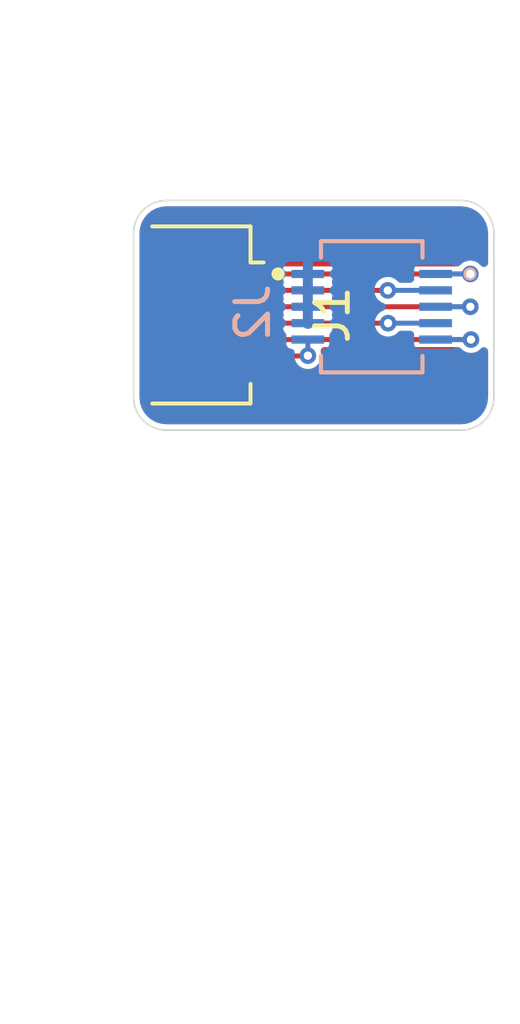
<source format=kicad_pcb>
(kicad_pcb (version 20171130) (host pcbnew 5.1.8+dfsg1-1~bpo10+1)

  (general
    (thickness 1.6)
    (drawings 8)
    (tracks 25)
    (zones 0)
    (modules 2)
    (nets 8)
  )

  (page A4)
  (layers
    (0 F.Cu signal)
    (31 B.Cu signal)
    (32 B.Adhes user)
    (33 F.Adhes user)
    (34 B.Paste user)
    (35 F.Paste user)
    (36 B.SilkS user)
    (37 F.SilkS user)
    (38 B.Mask user)
    (39 F.Mask user)
    (40 Dwgs.User user)
    (41 Cmts.User user)
    (42 Eco1.User user)
    (43 Eco2.User user)
    (44 Edge.Cuts user)
    (45 Margin user)
    (46 B.CrtYd user)
    (47 F.CrtYd user)
    (48 B.Fab user)
    (49 F.Fab user)
  )

  (setup
    (last_trace_width 0.1524)
    (trace_clearance 0.1524)
    (zone_clearance 0.1524)
    (zone_45_only no)
    (trace_min 0.1524)
    (via_size 0.508)
    (via_drill 0.254)
    (via_min_size 0.4572)
    (via_min_drill 0.254)
    (uvia_size 0.2032)
    (uvia_drill 0.1)
    (uvias_allowed no)
    (uvia_min_size 0.2)
    (uvia_min_drill 0.1)
    (edge_width 0.05)
    (segment_width 0.2)
    (pcb_text_width 0.3)
    (pcb_text_size 1.5 1.5)
    (mod_edge_width 0.12)
    (mod_text_size 1 1)
    (mod_text_width 0.15)
    (pad_size 1.524 1.524)
    (pad_drill 0.762)
    (pad_to_mask_clearance 0)
    (aux_axis_origin 0 0)
    (visible_elements FFFFFF7F)
    (pcbplotparams
      (layerselection 0x010fc_ffffffff)
      (usegerberextensions false)
      (usegerberattributes true)
      (usegerberadvancedattributes true)
      (creategerberjobfile true)
      (excludeedgelayer true)
      (linewidth 0.100000)
      (plotframeref false)
      (viasonmask false)
      (mode 1)
      (useauxorigin false)
      (hpglpennumber 1)
      (hpglpenspeed 20)
      (hpglpendiameter 15.000000)
      (psnegative false)
      (psa4output false)
      (plotreference true)
      (plotvalue true)
      (plotinvisibletext false)
      (padsonsilk false)
      (subtractmaskfromsilk false)
      (outputformat 1)
      (mirror false)
      (drillshape 1)
      (scaleselection 1)
      (outputdirectory ""))
  )

  (net 0 "")
  (net 1 GND)
  (net 2 "Net-(J1-Pad5)")
  (net 3 "Net-(J1-Pad4)")
  (net 4 "Net-(J1-Pad3)")
  (net 5 "Net-(J1-Pad2)")
  (net 6 "Net-(J1-Pad1)")
  (net 7 "Net-(J1-Pad6)")

  (net_class Default "This is the default net class."
    (clearance 0.1524)
    (trace_width 0.1524)
    (via_dia 0.508)
    (via_drill 0.254)
    (uvia_dia 0.2032)
    (uvia_drill 0.1)
    (add_net GND)
    (add_net "Net-(J1-Pad1)")
    (add_net "Net-(J1-Pad2)")
    (add_net "Net-(J1-Pad3)")
    (add_net "Net-(J1-Pad4)")
    (add_net "Net-(J1-Pad5)")
    (add_net "Net-(J1-Pad6)")
  )

  (module "kimchi:HIROSE_DF23C-10DP-0.5V(92)" (layer B.Cu) (tedit 60163F5C) (tstamp 6016A230)
    (at 151.27 100.24 270)
    (path /60178E60)
    (fp_text reference J2 (at 0.175 3.635 270) (layer B.SilkS)
      (effects (font (size 1 1) (thickness 0.1524)) (justify mirror))
    )
    (fp_text value Conn_02x05_Odd_Even (at 13.51 -3.935 270) (layer B.Fab)
      (effects (font (size 1 1) (thickness 0.015)) (justify mirror))
    )
    (fp_line (start -2 1.55) (end -1.5 1.55) (layer B.SilkS) (width 0.127))
    (fp_line (start 1.5 1.55) (end 2 1.55) (layer B.SilkS) (width 0.127))
    (fp_line (start 2 1.55) (end 2 -1.55) (layer B.SilkS) (width 0.127))
    (fp_line (start 2 -1.55) (end 1.5 -1.55) (layer B.SilkS) (width 0.127))
    (fp_line (start -1.5 -1.55) (end -2 -1.55) (layer B.SilkS) (width 0.127))
    (fp_line (start -2 -1.55) (end -2 1.55) (layer B.SilkS) (width 0.127))
    (fp_line (start -2.25 -2.7) (end -2.25 2.7) (layer B.CrtYd) (width 0.05))
    (fp_line (start -2.25 2.7) (end 2.25 2.7) (layer B.CrtYd) (width 0.05))
    (fp_line (start 2.25 2.7) (end 2.25 -2.7) (layer B.CrtYd) (width 0.05))
    (fp_line (start 2.25 -2.7) (end -2.25 -2.7) (layer B.CrtYd) (width 0.05))
    (fp_circle (center -1 -3) (end -0.9 -3) (layer B.SilkS) (width 0.2))
    (fp_circle (center -1 -3) (end -0.9 -3) (layer B.Fab) (width 0.2))
    (fp_line (start -2 1.55) (end 2 1.55) (layer B.Fab) (width 0.127))
    (fp_line (start 2 1.55) (end 2 -1.55) (layer B.Fab) (width 0.127))
    (fp_line (start 2 -1.55) (end -2 -1.55) (layer B.Fab) (width 0.127))
    (fp_line (start -2 -1.55) (end -2 1.55) (layer B.Fab) (width 0.127))
    (fp_poly (pts (xy -1.125 -0.85) (xy 1.125 -0.85) (xy 1.125 -1.45) (xy -1.125 -1.45)) (layer Dwgs.User) (width 0.01))
    (fp_poly (pts (xy -1.125 -0.85) (xy 1.125 -0.85) (xy 1.125 -1.45) (xy -1.125 -1.45)) (layer Dwgs.User) (width 0.01))
    (fp_poly (pts (xy -1.125 1.45) (xy 1.125 1.45) (xy 1.125 0.85) (xy -1.125 0.85)) (layer Dwgs.User) (width 0.01))
    (fp_poly (pts (xy -1.125 1.45) (xy 1.125 1.45) (xy 1.125 0.85) (xy -1.125 0.85)) (layer Dwgs.User) (width 0.01))
    (pad 9 smd rect (at 1 -1.95 270) (size 0.25 1) (layers B.Cu B.Paste B.Mask)
      (net 2 "Net-(J1-Pad5)"))
    (pad 10 smd rect (at 1 1.95 270) (size 0.25 1) (layers B.Cu B.Paste B.Mask)
      (net 7 "Net-(J1-Pad6)"))
    (pad 7 smd rect (at 0.5 -1.95 270) (size 0.25 1) (layers B.Cu B.Paste B.Mask)
      (net 3 "Net-(J1-Pad4)"))
    (pad 8 smd rect (at 0.5 1.95 270) (size 0.25 1) (layers B.Cu B.Paste B.Mask)
      (net 1 GND))
    (pad 5 smd rect (at 0 -1.95 270) (size 0.25 1) (layers B.Cu B.Paste B.Mask)
      (net 4 "Net-(J1-Pad3)"))
    (pad 6 smd rect (at 0 1.95 270) (size 0.25 1) (layers B.Cu B.Paste B.Mask)
      (net 1 GND))
    (pad 3 smd rect (at -0.5 -1.95 270) (size 0.25 1) (layers B.Cu B.Paste B.Mask)
      (net 5 "Net-(J1-Pad2)"))
    (pad 4 smd rect (at -0.5 1.95 270) (size 0.25 1) (layers B.Cu B.Paste B.Mask)
      (net 1 GND))
    (pad 1 smd rect (at -1 -1.95 270) (size 0.25 1) (layers B.Cu B.Paste B.Mask)
      (net 6 "Net-(J1-Pad1)"))
    (pad 2 smd rect (at -1 1.95 270) (size 0.25 1) (layers B.Cu B.Paste B.Mask)
      (net 1 GND))
    (model /home/michael/projects/kicad/pcbs/kimchi/kimchi-display-lid/kimchi_ulid.pretty/df23c-10dp-0_5v_92_.stp
      (offset (xyz 14.5 -0.2 0.87))
      (scale (xyz 1 1 1))
      (rotate (xyz -90 0 90))
    )
  )

  (module kimchi:HRS_FH19C-6S-0.5SH_1x06-1MP_P0.50mm (layer F.Cu) (tedit 5FD733B8) (tstamp 6016988E)
    (at 146.37 100.489999 270)
    (descr "Molex FH12, FFC/FPC connector, FH12-6S-0.5SH, 6 Pins per row (https://www.hirose.com/product/en/products/FH12/FH12-24S-0.5SH(55)/), generated with kicad-footprint-generator")
    (tags "connector Hirose  top entry")
    (path /60177A9F)
    (attr smd)
    (fp_text reference J1 (at 0 -3.7 90) (layer F.SilkS)
      (effects (font (size 1 1) (thickness 0.15)))
    )
    (fp_text value Conn_01x06_MountingPin (at 0 5.6 90) (layer F.Fab)
      (effects (font (size 1 1) (thickness 0.15)))
    )
    (fp_text user %R (at 0.1 0.6 90) (layer F.Fab)
      (effects (font (size 1 1) (thickness 0.15)))
    )
    (fp_line (start 0 -1) (end -2.5 -1) (layer F.Fab) (width 0.1))
    (fp_line (start -2.5 -1) (end -2.5 1.5) (layer F.Fab) (width 0.1))
    (fp_line (start -2.5 1.5) (end 2.5 1.5) (layer F.Fab) (width 0.1))
    (fp_line (start 0 -1) (end 2.5 -1) (layer F.Fab) (width 0.1))
    (fp_line (start 2.5 -1) (end 2.5 1.5) (layer F.Fab) (width 0.1))
    (fp_line (start -1.6 -1.2) (end -2.7 -1.2) (layer F.SilkS) (width 0.12))
    (fp_line (start -2.7 -1.2) (end -2.7 1.8) (layer F.SilkS) (width 0.12))
    (fp_line (start 2.7 -1.2) (end 2.7 1.8) (layer F.SilkS) (width 0.12))
    (fp_line (start -1.75 -1) (end -1.25 -0.292893) (layer F.Fab) (width 0.1))
    (fp_line (start -1.25 -0.292893) (end -0.75 -1) (layer F.Fab) (width 0.1))
    (fp_line (start -3.4 -2.1) (end -3.4 2.3) (layer F.CrtYd) (width 0.05))
    (fp_line (start -3.4 2.3) (end 3.4 2.3) (layer F.CrtYd) (width 0.05))
    (fp_line (start 3.4 2.3) (end 3.4 -2.1) (layer F.CrtYd) (width 0.05))
    (fp_line (start 3.4 -2.1) (end -3.4 -2.1) (layer F.CrtYd) (width 0.05))
    (fp_line (start 2.1 -1.2) (end 2.7 -1.2) (layer F.SilkS) (width 0.12))
    (fp_line (start -1.6 -1.6) (end -1.6 -1.2) (layer F.SilkS) (width 0.12))
    (fp_circle (center -1.25 -2.04) (end -1.15 -2.04) (layer F.SilkS) (width 0.2))
    (fp_circle (center -1.25 -2.04) (end -1.15 -2.04) (layer F.Fab) (width 0.2))
    (pad 6 smd rect (at 1.25 -1.25 270) (size 0.3 0.8) (layers F.Cu F.Paste F.Mask)
      (net 7 "Net-(J1-Pad6)"))
    (pad 5 smd rect (at 0.75 -1.25 270) (size 0.3 0.8) (layers F.Cu F.Paste F.Mask)
      (net 2 "Net-(J1-Pad5)"))
    (pad 4 smd rect (at 0.25 -1.25 270) (size 0.3 0.8) (layers F.Cu F.Paste F.Mask)
      (net 3 "Net-(J1-Pad4)"))
    (pad 3 smd rect (at -0.25 -1.25 270) (size 0.3 0.8) (layers F.Cu F.Paste F.Mask)
      (net 4 "Net-(J1-Pad3)"))
    (pad 2 smd rect (at -0.75 -1.25 270) (size 0.3 0.8) (layers F.Cu F.Paste F.Mask)
      (net 5 "Net-(J1-Pad2)"))
    (pad 1 smd rect (at -1.25 -1.25 270) (size 0.3 0.8) (layers F.Cu F.Paste F.Mask)
      (net 6 "Net-(J1-Pad1)"))
    (pad MP smd rect (at -2.25 1.25 270) (size 0.4 0.8) (layers F.Cu F.Paste F.Mask)
      (net 1 GND))
    (pad MP smd rect (at 2.25 1.25 270) (size 0.4 0.8) (layers F.Cu F.Paste F.Mask)
      (net 1 GND))
    (model ${KISYS3DMOD}/Connector_FFC-FPC.3dshapes/Hirose_FH12-6S-0.5SH_1x06-1MP_P0.50mm_Horizontal.wrl
      (at (xyz 0 0 0))
      (scale (xyz 1 1 1))
      (rotate (xyz 0 0 0))
    )
  )

  (gr_arc (start 154 98) (end 155 98) (angle -90) (layer Edge.Cuts) (width 0.05))
  (gr_arc (start 154 103) (end 154 104) (angle -90) (layer Edge.Cuts) (width 0.05))
  (gr_arc (start 145 103) (end 144 103) (angle -90) (layer Edge.Cuts) (width 0.05))
  (gr_arc (start 145 98) (end 145 97) (angle -90) (layer Edge.Cuts) (width 0.05))
  (gr_line (start 144 103) (end 144 98) (layer Edge.Cuts) (width 0.05) (tstamp 60169CD8))
  (gr_line (start 154 104) (end 145 104) (layer Edge.Cuts) (width 0.05))
  (gr_line (start 155 98) (end 155 103) (layer Edge.Cuts) (width 0.05))
  (gr_line (start 145 97) (end 154 97) (layer Edge.Cuts) (width 0.05))

  (via (at 154.3 101.24) (size 0.508) (drill 0.254) (layers F.Cu B.Cu) (net 2))
  (segment (start 147.62 101.239999) (end 148.172401 101.24) (width 0.1524) (layer F.Cu) (net 2))
  (segment (start 148.172401 101.24) (end 154.3 101.24) (width 0.1524) (layer F.Cu) (net 2))
  (segment (start 154.3 101.24) (end 153.22 101.24) (width 0.1524) (layer B.Cu) (net 2))
  (via (at 151.769998 100.74) (size 0.508) (drill 0.254) (layers F.Cu B.Cu) (net 3))
  (segment (start 153.22 100.74) (end 151.769998 100.74) (width 0.1524) (layer B.Cu) (net 3))
  (segment (start 148.172401 100.74) (end 151.769998 100.74) (width 0.1524) (layer F.Cu) (net 3))
  (segment (start 147.62 100.739999) (end 148.172401 100.74) (width 0.1524) (layer F.Cu) (net 3))
  (via (at 154.28 100.24) (size 0.508) (drill 0.254) (layers F.Cu B.Cu) (net 4))
  (segment (start 147.62 100.239999) (end 148.172401 100.24) (width 0.1524) (layer F.Cu) (net 4))
  (segment (start 148.172401 100.24) (end 154.28 100.24) (width 0.1524) (layer F.Cu) (net 4))
  (segment (start 154.28 100.24) (end 153.22 100.24) (width 0.1524) (layer B.Cu) (net 4))
  (via (at 151.760001 99.739999) (size 0.508) (drill 0.254) (layers F.Cu B.Cu) (net 5))
  (segment (start 148.1724 99.739999) (end 151.760001 99.739999) (width 0.1524) (layer F.Cu) (net 5))
  (segment (start 147.62 99.739999) (end 148.1724 99.739999) (width 0.1524) (layer F.Cu) (net 5))
  (segment (start 151.760002 99.74) (end 151.760001 99.739999) (width 0.1524) (layer B.Cu) (net 5))
  (segment (start 153.22 99.74) (end 151.760002 99.74) (width 0.1524) (layer B.Cu) (net 5))
  (via (at 154.28 99.24) (size 0.508) (drill 0.254) (layers F.Cu B.Cu) (net 6))
  (segment (start 147.62 99.239999) (end 148.172401 99.24) (width 0.1524) (layer F.Cu) (net 6))
  (segment (start 148.172401 99.24) (end 154.28 99.24) (width 0.1524) (layer F.Cu) (net 6))
  (segment (start 154.28 99.24) (end 153.22 99.24) (width 0.1524) (layer B.Cu) (net 6))
  (via (at 149.32 101.73) (size 0.508) (drill 0.254) (layers F.Cu B.Cu) (net 7))
  (segment (start 147.62 101.739999) (end 149.310001 101.739999) (width 0.1524) (layer F.Cu) (net 7))
  (segment (start 149.310001 101.739999) (end 149.32 101.73) (width 0.1524) (layer F.Cu) (net 7))
  (segment (start 149.32 101.73) (end 149.32 101.24) (width 0.1524) (layer B.Cu) (net 7))

  (zone (net 1) (net_name GND) (layer F.Cu) (tstamp 0) (hatch edge 0.508)
    (connect_pads (clearance 0.1524))
    (min_thickness 0.254)
    (fill yes (arc_segments 32) (thermal_gap 0.254) (thermal_bridge_width 0.3048))
    (polygon
      (pts
        (xy 155 104) (xy 144 104) (xy 144 97) (xy 155 97)
      )
    )
    (filled_polygon
      (pts
        (xy 154.134825 97.31908) (xy 154.264516 97.358235) (xy 154.384133 97.421837) (xy 154.489116 97.507459) (xy 154.575469 97.611842)
        (xy 154.639901 97.731006) (xy 154.679963 97.860426) (xy 154.6956 98.009197) (xy 154.6956 98.901894) (xy 154.694319 98.899977)
        (xy 154.620023 98.825681) (xy 154.53266 98.767307) (xy 154.435587 98.727098) (xy 154.332535 98.7066) (xy 154.227465 98.7066)
        (xy 154.124413 98.727098) (xy 154.02734 98.767307) (xy 153.939977 98.825681) (xy 153.881258 98.8844) (xy 148.209896 98.8844)
        (xy 148.175977 98.856563) (xy 148.127439 98.830619) (xy 148.074772 98.814643) (xy 148.02 98.809248) (xy 147.22 98.809248)
        (xy 147.165228 98.814643) (xy 147.112561 98.830619) (xy 147.064023 98.856563) (xy 147.021479 98.891478) (xy 146.986564 98.934022)
        (xy 146.96062 98.98256) (xy 146.944644 99.035227) (xy 146.939249 99.089999) (xy 146.939249 99.389999) (xy 146.944644 99.444771)
        (xy 146.958363 99.489999) (xy 146.944644 99.535227) (xy 146.939249 99.589999) (xy 146.939249 99.889999) (xy 146.944644 99.944771)
        (xy 146.958363 99.989999) (xy 146.944644 100.035227) (xy 146.939249 100.089999) (xy 146.939249 100.389999) (xy 146.944644 100.444771)
        (xy 146.958363 100.489999) (xy 146.944644 100.535227) (xy 146.939249 100.589999) (xy 146.939249 100.889999) (xy 146.944644 100.944771)
        (xy 146.958363 100.989999) (xy 146.944644 101.035227) (xy 146.939249 101.089999) (xy 146.939249 101.389999) (xy 146.944644 101.444771)
        (xy 146.958363 101.489999) (xy 146.944644 101.535227) (xy 146.939249 101.589999) (xy 146.939249 101.889999) (xy 146.944644 101.944771)
        (xy 146.96062 101.997438) (xy 146.986564 102.045976) (xy 147.021479 102.08852) (xy 147.064023 102.123435) (xy 147.112561 102.149379)
        (xy 147.165228 102.165355) (xy 147.22 102.17075) (xy 148.02 102.17075) (xy 148.074772 102.165355) (xy 148.127439 102.149379)
        (xy 148.175977 102.123435) (xy 148.209895 102.095599) (xy 148.931257 102.095599) (xy 148.979977 102.144319) (xy 149.06734 102.202693)
        (xy 149.164413 102.242902) (xy 149.267465 102.2634) (xy 149.372535 102.2634) (xy 149.475587 102.242902) (xy 149.57266 102.202693)
        (xy 149.660023 102.144319) (xy 149.734319 102.070023) (xy 149.792693 101.98266) (xy 149.832902 101.885587) (xy 149.8534 101.782535)
        (xy 149.8534 101.677465) (xy 149.837116 101.5956) (xy 153.901258 101.5956) (xy 153.959977 101.654319) (xy 154.04734 101.712693)
        (xy 154.144413 101.752902) (xy 154.247465 101.7734) (xy 154.352535 101.7734) (xy 154.455587 101.752902) (xy 154.55266 101.712693)
        (xy 154.640023 101.654319) (xy 154.695601 101.598741) (xy 154.695601 102.985104) (xy 154.680921 103.134825) (xy 154.641764 103.264517)
        (xy 154.578165 103.38413) (xy 154.492543 103.489114) (xy 154.388158 103.575469) (xy 154.268992 103.639902) (xy 154.139574 103.679963)
        (xy 153.990803 103.6956) (xy 145.014885 103.6956) (xy 144.865175 103.680921) (xy 144.735483 103.641764) (xy 144.61587 103.578165)
        (xy 144.510886 103.492543) (xy 144.424531 103.388158) (xy 144.360098 103.268992) (xy 144.320037 103.139574) (xy 144.3044 102.990803)
        (xy 144.3044 102.939999) (xy 144.337157 102.939999) (xy 144.344513 103.014688) (xy 144.366299 103.086507) (xy 144.401678 103.152695)
        (xy 144.449289 103.21071) (xy 144.507304 103.258321) (xy 144.573492 103.2937) (xy 144.645311 103.315486) (xy 144.72 103.322842)
        (xy 144.99935 103.320999) (xy 145.0946 103.225749) (xy 145.0946 102.765399) (xy 145.1454 102.765399) (xy 145.1454 103.225749)
        (xy 145.24065 103.320999) (xy 145.52 103.322842) (xy 145.594689 103.315486) (xy 145.666508 103.2937) (xy 145.732696 103.258321)
        (xy 145.790711 103.21071) (xy 145.838322 103.152695) (xy 145.873701 103.086507) (xy 145.895487 103.014688) (xy 145.902843 102.939999)
        (xy 145.901 102.860649) (xy 145.80575 102.765399) (xy 145.1454 102.765399) (xy 145.0946 102.765399) (xy 144.43425 102.765399)
        (xy 144.339 102.860649) (xy 144.337157 102.939999) (xy 144.3044 102.939999) (xy 144.3044 102.539999) (xy 144.337157 102.539999)
        (xy 144.339 102.619349) (xy 144.43425 102.714599) (xy 145.0946 102.714599) (xy 145.0946 102.254249) (xy 145.1454 102.254249)
        (xy 145.1454 102.714599) (xy 145.80575 102.714599) (xy 145.901 102.619349) (xy 145.902843 102.539999) (xy 145.895487 102.46531)
        (xy 145.873701 102.393491) (xy 145.838322 102.327303) (xy 145.790711 102.269288) (xy 145.732696 102.221677) (xy 145.666508 102.186298)
        (xy 145.594689 102.164512) (xy 145.52 102.157156) (xy 145.24065 102.158999) (xy 145.1454 102.254249) (xy 145.0946 102.254249)
        (xy 144.99935 102.158999) (xy 144.72 102.157156) (xy 144.645311 102.164512) (xy 144.573492 102.186298) (xy 144.507304 102.221677)
        (xy 144.449289 102.269288) (xy 144.401678 102.327303) (xy 144.366299 102.393491) (xy 144.344513 102.46531) (xy 144.337157 102.539999)
        (xy 144.3044 102.539999) (xy 144.3044 98.439999) (xy 144.337157 98.439999) (xy 144.344513 98.514688) (xy 144.366299 98.586507)
        (xy 144.401678 98.652695) (xy 144.449289 98.71071) (xy 144.507304 98.758321) (xy 144.573492 98.7937) (xy 144.645311 98.815486)
        (xy 144.72 98.822842) (xy 144.99935 98.820999) (xy 145.0946 98.725749) (xy 145.0946 98.265399) (xy 145.1454 98.265399)
        (xy 145.1454 98.725749) (xy 145.24065 98.820999) (xy 145.52 98.822842) (xy 145.594689 98.815486) (xy 145.666508 98.7937)
        (xy 145.732696 98.758321) (xy 145.790711 98.71071) (xy 145.838322 98.652695) (xy 145.873701 98.586507) (xy 145.895487 98.514688)
        (xy 145.902843 98.439999) (xy 145.901 98.360649) (xy 145.80575 98.265399) (xy 145.1454 98.265399) (xy 145.0946 98.265399)
        (xy 144.43425 98.265399) (xy 144.339 98.360649) (xy 144.337157 98.439999) (xy 144.3044 98.439999) (xy 144.3044 98.039999)
        (xy 144.337157 98.039999) (xy 144.339 98.119349) (xy 144.43425 98.214599) (xy 145.0946 98.214599) (xy 145.0946 97.754249)
        (xy 145.1454 97.754249) (xy 145.1454 98.214599) (xy 145.80575 98.214599) (xy 145.901 98.119349) (xy 145.902843 98.039999)
        (xy 145.895487 97.96531) (xy 145.873701 97.893491) (xy 145.838322 97.827303) (xy 145.790711 97.769288) (xy 145.732696 97.721677)
        (xy 145.666508 97.686298) (xy 145.594689 97.664512) (xy 145.52 97.657156) (xy 145.24065 97.658999) (xy 145.1454 97.754249)
        (xy 145.0946 97.754249) (xy 144.99935 97.658999) (xy 144.72 97.657156) (xy 144.645311 97.664512) (xy 144.573492 97.686298)
        (xy 144.507304 97.721677) (xy 144.449289 97.769288) (xy 144.401678 97.827303) (xy 144.366299 97.893491) (xy 144.344513 97.96531)
        (xy 144.337157 98.039999) (xy 144.3044 98.039999) (xy 144.3044 98.014886) (xy 144.31908 97.865175) (xy 144.358235 97.735484)
        (xy 144.421837 97.615867) (xy 144.507459 97.510884) (xy 144.611842 97.424531) (xy 144.731006 97.360099) (xy 144.860426 97.320037)
        (xy 145.009197 97.3044) (xy 153.985114 97.3044)
      )
    )
  )
  (zone (net 1) (net_name GND) (layer B.Cu) (tstamp 6016A881) (hatch edge 0.508)
    (connect_pads (clearance 0.1524))
    (min_thickness 0.254)
    (fill yes (arc_segments 32) (thermal_gap 0.254) (thermal_bridge_width 0.3048))
    (polygon
      (pts
        (xy 155 104) (xy 144 104) (xy 144 97) (xy 155 97)
      )
    )
    (filled_polygon
      (pts
        (xy 154.134825 97.31908) (xy 154.264516 97.358235) (xy 154.384133 97.421837) (xy 154.489116 97.507459) (xy 154.575469 97.611842)
        (xy 154.639901 97.731006) (xy 154.679963 97.860426) (xy 154.6956 98.009197) (xy 154.6956 98.901894) (xy 154.694319 98.899977)
        (xy 154.620023 98.825681) (xy 154.53266 98.767307) (xy 154.435587 98.727098) (xy 154.332535 98.7066) (xy 154.227465 98.7066)
        (xy 154.124413 98.727098) (xy 154.02734 98.767307) (xy 153.939977 98.825681) (xy 153.881258 98.8844) (xy 153.879433 98.8844)
        (xy 153.875977 98.881564) (xy 153.827439 98.85562) (xy 153.774772 98.839644) (xy 153.72 98.834249) (xy 152.72 98.834249)
        (xy 152.665228 98.839644) (xy 152.612561 98.85562) (xy 152.564023 98.881564) (xy 152.521479 98.916479) (xy 152.486564 98.959023)
        (xy 152.46062 99.007561) (xy 152.444644 99.060228) (xy 152.439249 99.115) (xy 152.439249 99.365) (xy 152.44116 99.3844)
        (xy 152.158744 99.3844) (xy 152.100024 99.32568) (xy 152.012661 99.267306) (xy 151.915588 99.227097) (xy 151.812536 99.206599)
        (xy 151.707466 99.206599) (xy 151.604414 99.227097) (xy 151.507341 99.267306) (xy 151.419978 99.32568) (xy 151.345682 99.399976)
        (xy 151.287308 99.487339) (xy 151.247099 99.584412) (xy 151.226601 99.687464) (xy 151.226601 99.792534) (xy 151.247099 99.895586)
        (xy 151.287308 99.992659) (xy 151.345682 100.080022) (xy 151.419978 100.154318) (xy 151.507341 100.212692) (xy 151.578266 100.24207)
        (xy 151.517338 100.267307) (xy 151.429975 100.325681) (xy 151.355679 100.399977) (xy 151.297305 100.48734) (xy 151.257096 100.584413)
        (xy 151.236598 100.687465) (xy 151.236598 100.792535) (xy 151.257096 100.895587) (xy 151.297305 100.99266) (xy 151.355679 101.080023)
        (xy 151.429975 101.154319) (xy 151.517338 101.212693) (xy 151.614411 101.252902) (xy 151.717463 101.2734) (xy 151.822533 101.2734)
        (xy 151.925585 101.252902) (xy 152.022658 101.212693) (xy 152.110021 101.154319) (xy 152.16874 101.0956) (xy 152.44116 101.0956)
        (xy 152.439249 101.115) (xy 152.439249 101.365) (xy 152.444644 101.419772) (xy 152.46062 101.472439) (xy 152.486564 101.520977)
        (xy 152.521479 101.563521) (xy 152.564023 101.598436) (xy 152.612561 101.62438) (xy 152.665228 101.640356) (xy 152.72 101.645751)
        (xy 153.72 101.645751) (xy 153.774772 101.640356) (xy 153.827439 101.62438) (xy 153.875977 101.598436) (xy 153.879433 101.5956)
        (xy 153.901258 101.5956) (xy 153.959977 101.654319) (xy 154.04734 101.712693) (xy 154.144413 101.752902) (xy 154.247465 101.7734)
        (xy 154.352535 101.7734) (xy 154.455587 101.752902) (xy 154.55266 101.712693) (xy 154.640023 101.654319) (xy 154.695601 101.598741)
        (xy 154.695601 102.985104) (xy 154.680921 103.134825) (xy 154.641764 103.264517) (xy 154.578165 103.38413) (xy 154.492543 103.489114)
        (xy 154.388158 103.575469) (xy 154.268992 103.639902) (xy 154.139574 103.679963) (xy 153.990803 103.6956) (xy 145.014885 103.6956)
        (xy 144.865175 103.680921) (xy 144.735483 103.641764) (xy 144.61587 103.578165) (xy 144.510886 103.492543) (xy 144.424531 103.388158)
        (xy 144.360098 103.268992) (xy 144.320037 103.139574) (xy 144.3044 102.990803) (xy 144.3044 99.115) (xy 148.437157 99.115)
        (xy 148.439 99.14475) (xy 148.53425 99.24) (xy 148.439 99.33525) (xy 148.437157 99.365) (xy 148.444513 99.439689)
        (xy 148.459775 99.49) (xy 148.444513 99.540311) (xy 148.437157 99.615) (xy 148.439 99.64475) (xy 148.53425 99.74)
        (xy 148.439 99.83525) (xy 148.437157 99.865) (xy 148.444513 99.939689) (xy 148.459775 99.99) (xy 148.444513 100.040311)
        (xy 148.437157 100.115) (xy 148.439 100.14475) (xy 148.53425 100.24) (xy 148.439 100.33525) (xy 148.437157 100.365)
        (xy 148.444513 100.439689) (xy 148.459775 100.49) (xy 148.444513 100.540311) (xy 148.437157 100.615) (xy 148.439 100.64475)
        (xy 148.53425 100.74) (xy 148.439 100.83525) (xy 148.437157 100.865) (xy 148.444513 100.939689) (xy 148.466299 101.011508)
        (xy 148.501678 101.077696) (xy 148.539249 101.123477) (xy 148.539249 101.365) (xy 148.544644 101.419772) (xy 148.56062 101.472439)
        (xy 148.586564 101.520977) (xy 148.621479 101.563521) (xy 148.664023 101.598436) (xy 148.712561 101.62438) (xy 148.765228 101.640356)
        (xy 148.793429 101.643134) (xy 148.7866 101.677465) (xy 148.7866 101.782535) (xy 148.807098 101.885587) (xy 148.847307 101.98266)
        (xy 148.905681 102.070023) (xy 148.979977 102.144319) (xy 149.06734 102.202693) (xy 149.164413 102.242902) (xy 149.267465 102.2634)
        (xy 149.372535 102.2634) (xy 149.475587 102.242902) (xy 149.57266 102.202693) (xy 149.660023 102.144319) (xy 149.734319 102.070023)
        (xy 149.792693 101.98266) (xy 149.832902 101.885587) (xy 149.8534 101.782535) (xy 149.8534 101.677465) (xy 149.846571 101.643134)
        (xy 149.874772 101.640356) (xy 149.927439 101.62438) (xy 149.975977 101.598436) (xy 150.018521 101.563521) (xy 150.053436 101.520977)
        (xy 150.07938 101.472439) (xy 150.095356 101.419772) (xy 150.100751 101.365) (xy 150.100751 101.123477) (xy 150.138322 101.077696)
        (xy 150.173701 101.011508) (xy 150.195487 100.939689) (xy 150.202843 100.865) (xy 150.201 100.83525) (xy 150.10575 100.74)
        (xy 150.201 100.64475) (xy 150.202843 100.615) (xy 150.195487 100.540311) (xy 150.180225 100.49) (xy 150.195487 100.439689)
        (xy 150.202843 100.365) (xy 150.201 100.33525) (xy 150.10575 100.24) (xy 150.201 100.14475) (xy 150.202843 100.115)
        (xy 150.195487 100.040311) (xy 150.180225 99.99) (xy 150.195487 99.939689) (xy 150.202843 99.865) (xy 150.201 99.83525)
        (xy 150.10575 99.74) (xy 150.201 99.64475) (xy 150.202843 99.615) (xy 150.195487 99.540311) (xy 150.180225 99.49)
        (xy 150.195487 99.439689) (xy 150.202843 99.365) (xy 150.201 99.33525) (xy 150.10575 99.24) (xy 150.201 99.14475)
        (xy 150.202843 99.115) (xy 150.195487 99.040311) (xy 150.173701 98.968492) (xy 150.138322 98.902304) (xy 150.090711 98.844289)
        (xy 150.032696 98.796678) (xy 149.966508 98.761299) (xy 149.894689 98.739513) (xy 149.82 98.732157) (xy 149.44065 98.734)
        (xy 149.3454 98.82925) (xy 149.3454 100.7854) (xy 149.2946 100.7854) (xy 149.2946 98.82925) (xy 149.19935 98.734)
        (xy 148.82 98.732157) (xy 148.745311 98.739513) (xy 148.673492 98.761299) (xy 148.607304 98.796678) (xy 148.549289 98.844289)
        (xy 148.501678 98.902304) (xy 148.466299 98.968492) (xy 148.444513 99.040311) (xy 148.437157 99.115) (xy 144.3044 99.115)
        (xy 144.3044 98.014886) (xy 144.31908 97.865175) (xy 144.358235 97.735484) (xy 144.421837 97.615867) (xy 144.507459 97.510884)
        (xy 144.611842 97.424531) (xy 144.731006 97.360099) (xy 144.860426 97.320037) (xy 145.009197 97.3044) (xy 153.985114 97.3044)
      )
    )
  )
)

</source>
